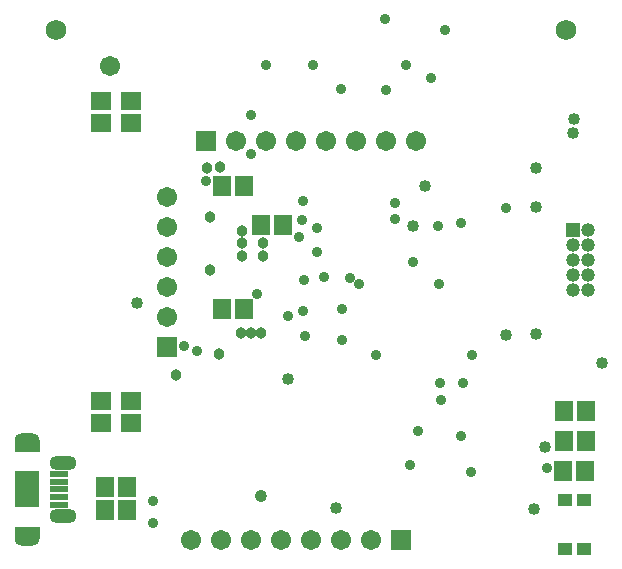
<source format=gts>
G04*
G04 #@! TF.GenerationSoftware,Altium Limited,Altium Designer,19.1.8 (144)*
G04*
G04 Layer_Color=8388736*
%FSLAX25Y25*%
%MOIN*%
G70*
G01*
G75*
%ADD20R,0.06115X0.02375*%
%ADD21R,0.08280X0.12217*%
%ADD22R,0.04737X0.04343*%
%ADD23R,0.05918X0.06706*%
%ADD24R,0.06706X0.05918*%
%ADD25O,0.08280X0.04540*%
%ADD26O,0.09068X0.04934*%
%ADD27C,0.06706*%
%ADD28R,0.06706X0.06706*%
%ADD29R,0.06706X0.06706*%
%ADD30C,0.04675*%
%ADD31R,0.04675X0.04675*%
%ADD32C,0.06800*%
%ADD33C,0.04080*%
%ADD34C,0.03800*%
%ADD35C,0.03556*%
%ADD36C,0.04000*%
G36*
X1328Y15345D02*
Y19162D01*
X9602D01*
Y15345D01*
X1328D01*
D02*
G37*
G36*
X1335Y44380D02*
Y48219D01*
X9602D01*
Y44380D01*
X1335D01*
D02*
G37*
D20*
X16000Y36900D02*
D03*
Y34341D02*
D03*
Y31782D02*
D03*
Y29223D02*
D03*
Y26664D02*
D03*
D21*
X5469Y31782D02*
D03*
D22*
X184850Y28096D02*
D03*
X191150D02*
D03*
X184850Y11954D02*
D03*
X191150D02*
D03*
D23*
X90740Y120025D02*
D03*
X83260D02*
D03*
X77740Y92025D02*
D03*
X70260D02*
D03*
X77740Y133025D02*
D03*
X70260D02*
D03*
X191740Y58025D02*
D03*
X184260D02*
D03*
X38740Y25000D02*
D03*
X31260D02*
D03*
X38740Y32500D02*
D03*
X31260D02*
D03*
X191740Y48025D02*
D03*
X184260D02*
D03*
X184000Y38025D02*
D03*
X191480D02*
D03*
D24*
X40000Y161265D02*
D03*
Y153785D02*
D03*
X30000Y161265D02*
D03*
Y153785D02*
D03*
X40000Y53785D02*
D03*
Y61265D02*
D03*
X30000Y53785D02*
D03*
Y61265D02*
D03*
D25*
X5469Y15345D02*
D03*
Y48219D02*
D03*
D26*
X17279Y23022D02*
D03*
Y40542D02*
D03*
D27*
X52008Y129159D02*
D03*
Y119159D02*
D03*
Y109159D02*
D03*
Y99159D02*
D03*
Y89159D02*
D03*
X60000Y15025D02*
D03*
X70000D02*
D03*
X80000D02*
D03*
X90000D02*
D03*
X100000D02*
D03*
X110000D02*
D03*
X120000D02*
D03*
X33000Y173025D02*
D03*
X75000Y148017D02*
D03*
X85000D02*
D03*
X95000D02*
D03*
X105000D02*
D03*
X115000D02*
D03*
X125000D02*
D03*
X135000D02*
D03*
D28*
X52008Y79159D02*
D03*
D29*
X130000Y15025D02*
D03*
X65000Y148017D02*
D03*
D30*
X187461Y113194D02*
D03*
X192461Y98194D02*
D03*
X187461D02*
D03*
X192461Y103194D02*
D03*
X187461D02*
D03*
X192461Y108194D02*
D03*
X187461D02*
D03*
X192461Y113194D02*
D03*
Y118194D02*
D03*
D31*
X187461D02*
D03*
D32*
X15000Y185025D02*
D03*
X185000D02*
D03*
D33*
X83500Y29500D02*
D03*
D34*
X69500Y77025D02*
D03*
X55000Y70025D02*
D03*
X66500Y122525D02*
D03*
Y105025D02*
D03*
X80170Y83925D02*
D03*
X83400D02*
D03*
X76840Y84025D02*
D03*
X69700Y139125D02*
D03*
X65500Y139025D02*
D03*
X77000Y109525D02*
D03*
X84000D02*
D03*
X77000Y118025D02*
D03*
X84000Y114025D02*
D03*
X77000D02*
D03*
D35*
X153500Y37500D02*
D03*
X47500Y28000D02*
D03*
X96000Y116025D02*
D03*
X97000Y121525D02*
D03*
X110500Y92025D02*
D03*
X113200Y102225D02*
D03*
X104500Y102525D02*
D03*
X125000Y165025D02*
D03*
X62000Y78025D02*
D03*
X65000Y134525D02*
D03*
X102000Y119025D02*
D03*
X47500Y20592D02*
D03*
X57700Y79543D02*
D03*
X116200Y100325D02*
D03*
X110400Y81525D02*
D03*
X102017Y111000D02*
D03*
X80100Y143625D02*
D03*
X98050Y82950D02*
D03*
X127900Y121825D02*
D03*
X80200Y156725D02*
D03*
X142500Y119646D02*
D03*
X150175Y120550D02*
D03*
X143500Y61525D02*
D03*
X144600Y185025D02*
D03*
X140000Y169000D02*
D03*
X100800Y173125D02*
D03*
X124800Y188725D02*
D03*
X132900Y40025D02*
D03*
X178600Y39025D02*
D03*
X164900Y125625D02*
D03*
X142600Y100425D02*
D03*
X85000Y173100D02*
D03*
X131575D02*
D03*
X110200Y165325D02*
D03*
X128000Y127225D02*
D03*
X97400Y127900D02*
D03*
X92300Y89600D02*
D03*
X135800Y51300D02*
D03*
X133900Y107500D02*
D03*
X143200Y67400D02*
D03*
X150800D02*
D03*
X150100Y49500D02*
D03*
X97700Y101700D02*
D03*
X153700Y76600D02*
D03*
X121600Y76700D02*
D03*
X97400Y91300D02*
D03*
X82000Y97025D02*
D03*
D36*
X42000Y94025D02*
D03*
X92500Y68525D02*
D03*
X108500Y25525D02*
D03*
X175000Y126025D02*
D03*
X138000Y133025D02*
D03*
X134100Y119625D02*
D03*
X175100Y139025D02*
D03*
X197000Y74025D02*
D03*
X178000Y46025D02*
D03*
X174500Y25425D02*
D03*
X187575Y155115D02*
D03*
X187500Y150625D02*
D03*
X174900Y83625D02*
D03*
X165200Y83425D02*
D03*
M02*

</source>
